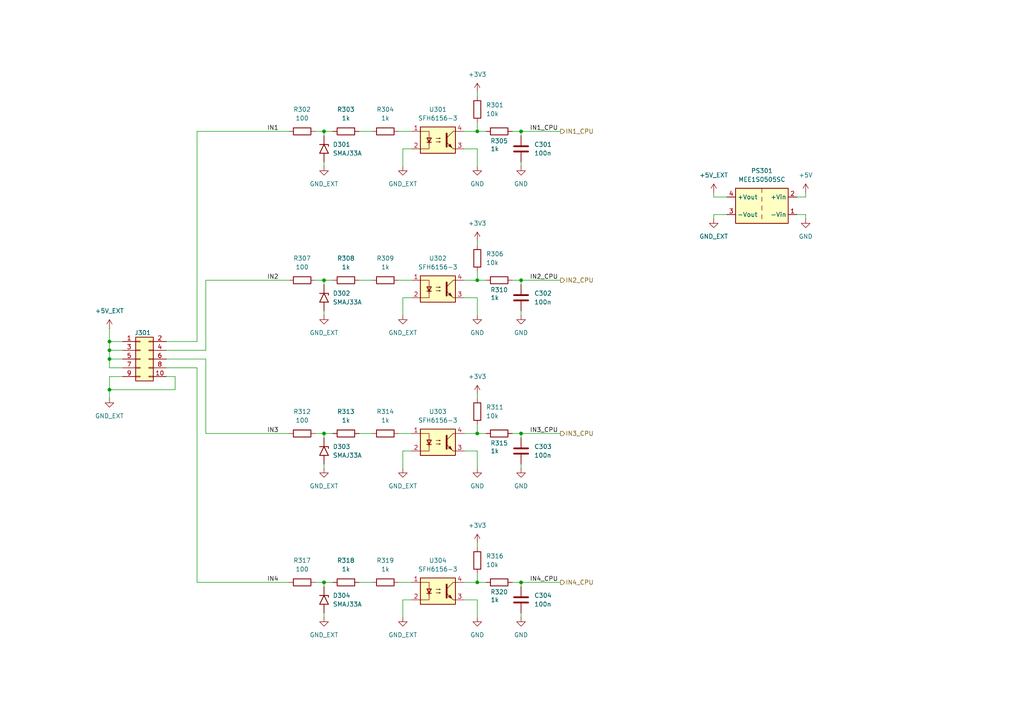
<source format=kicad_sch>
(kicad_sch (version 20250114) (generator "eeschema") (generator_version "9.0")
  (paper "A4")
  (lib_symbols
    (symbol "Connector_Generic:Conn_02x05_Odd_Even" (pin_names (offset 1.016) (hide yes))
      (property "Reference" "J" (at 1.27 7.62 0))
      (property "Value" "Conn_02x05_Odd_Even" (at 1.27 -7.62 0))
      (symbol "Conn_02x05_Odd_Even_1_1"
        (rectangle (start -1.27 6.35) (end 3.81 -6.35) (stroke (width 0.254)) (fill (type background)))
        (rectangle (start -1.27 5.207) (end 0 4.953) (stroke (width 0.1524)))
        (rectangle (start -1.27 2.667) (end 0 2.413) (stroke (width 0.1524)))
        (rectangle (start -1.27 0.127) (end 0 -0.127) (stroke (width 0.1524)))
        (rectangle (start -1.27 -2.413) (end 0 -2.667) (stroke (width 0.1524)))
        (rectangle (start -1.27 -4.953) (end 0 -5.207) (stroke (width 0.1524)))
        (rectangle (start 3.81 5.207) (end 2.54 4.953) (stroke (width 0.1524)))
        (rectangle (start 3.81 2.667) (end 2.54 2.413) (stroke (width 0.1524)))
        (rectangle (start 3.81 0.127) (end 2.54 -0.127) (stroke (width 0.1524)))
        (rectangle (start 3.81 -2.413) (end 2.54 -2.667) (stroke (width 0.1524)))
        (rectangle (start 3.81 -4.953) (end 2.54 -5.207) (stroke (width 0.1524)))
        (pin passive line (at -5.08 5.08 0) (length 3.81) (name "Pin_1") (number "1"))
        (pin passive line (at -5.08 2.54 0) (length 3.81) (name "Pin_3") (number "3"))
        (pin passive line (at -5.08 0 0) (length 3.81) (name "Pin_5") (number "5"))
        (pin passive line (at -5.08 -2.54 0) (length 3.81) (name "Pin_7") (number "7"))
        (pin passive line (at -5.08 -5.08 0) (length 3.81) (name "Pin_9") (number "9"))
        (pin passive line (at 7.62 5.08 180) (length 3.81) (name "Pin_2") (number "2"))
        (pin passive line (at 7.62 2.54 180) (length 3.81) (name "Pin_4") (number "4"))
        (pin passive line (at 7.62 0 180) (length 3.81) (name "Pin_6") (number "6"))
        (pin passive line (at 7.62 -2.54 180) (length 3.81) (name "Pin_8") (number "8"))
        (pin passive line (at 7.62 -5.08 180) (length 3.81) (name "Pin_10") (number "10"))
      )
    )
    (symbol "Converter_DCDC:MEE1S0505SC"
      (property "Reference" "PS" (at -7.62 6.35 0))
      (property "Value" "MEE1S0505SC" (at 1.27 6.35 0))
      (symbol "MEE1S0505SC_0_0"
        (pin power_in line (at -10.16 2.54 0) (length 2.54) (name "+Vin") (number "2"))
        (pin power_in line (at -10.16 -2.54 0) (length 2.54) (name "-Vin") (number "1"))
        (pin power_out line (at 10.16 2.54 180) (length 2.54) (name "+Vout") (number "4"))
        (pin power_out line (at 10.16 -2.54 180) (length 2.54) (name "-Vout") (number "3"))
      )
      (symbol "MEE1S0505SC_0_1"
        (rectangle (start -7.62 5.08) (end 7.62 -5.08) (stroke (width 0.254)) (fill (type background)))
        (polyline (pts (xy 0 5.08) (xy 0 3.81)))
        (polyline (pts (xy 0 2.54) (xy 0 1.27)))
        (polyline (pts (xy 0 0) (xy 0 -1.27)))
        (polyline (pts (xy 0 -2.54) (xy 0 -3.81)))
      )
    )
    (symbol "Device:C" (pin_numbers (hide yes)) (pin_names (offset 0.254))
      (property "Reference" "C" (at 0.635 2.54 0))
      (property "Value" "C" (at 0.635 -2.54 0))
      (symbol "C_0_1"
        (polyline (pts (xy -2.032 0.762) (xy 2.032 0.762)) (stroke (width 0.508)))
        (polyline (pts (xy -2.032 -0.762) (xy 2.032 -0.762)) (stroke (width 0.508)))
      )
      (symbol "C_1_1"
        (pin passive line (at 0 3.81 270) (length 2.794) (name "~") (number "1"))
        (pin passive line (at 0 -3.81 90) (length 2.794) (name "~") (number "2"))
      )
    )
    (symbol "Device:R" (pin_numbers (hide yes)) (pin_names (offset 0))
      (property "Reference" "R" (at 2.032 0 90))
      (property "Value" "R" (at 0 0 90))
      (symbol "R_0_1"
        (rectangle (start -1.016 -2.54) (end 1.016 2.54) (stroke (width 0.254)))
      )
      (symbol "R_1_1"
        (pin passive line (at 0 3.81 270) (length 1.27) (name "~") (number "1"))
        (pin passive line (at 0 -3.81 90) (length 1.27) (name "~") (number "2"))
      )
    )
    (symbol "Diode:SMAJ33A" (pin_numbers (hide yes)) (pin_names (offset 1.016) (hide yes))
      (property "Reference" "D" (at 0 2.54 0))
      (property "Value" "SMAJ33A" (at 0 -2.54 0))
      (symbol "SMAJ33A_0_1"
        (polyline (pts (xy -0.762 1.27) (xy -1.27 1.27) (xy -1.27 -1.27)) (stroke (width 0.254)))
        (polyline (pts (xy 1.27 1.27) (xy 1.27 -1.27) (xy -1.27 0) (xy 1.27 1.27)) (stroke (width 0.254)))
      )
      (symbol "SMAJ33A_1_1"
        (pin passive line (at -3.81 0 0) (length 2.54) (name "A1") (number "1"))
        (pin passive line (at 3.81 0 180) (length 2.54) (name "A2") (number "2"))
      )
    )
    (symbol "Isolator:SFH617A-3"
      (property "Reference" "U" (at -5.08 5.08 0))
      (property "Value" "SFH617A-3" (at 0 5.08 0))
      (symbol "SFH617A-3_0_1"
        (rectangle (start -5.08 3.81) (end 5.08 -3.81) (stroke (width 0.254)) (fill (type background)))
        (polyline (pts (xy -5.08 2.54) (xy -2.54 2.54) (xy -2.54 -1.27) (xy -2.54 0.635)))
        (polyline (pts (xy -3.175 -0.635) (xy -1.905 -0.635)) (stroke (width 0.254)))
        (polyline (pts (xy -2.54 -0.635) (xy -2.54 -2.54) (xy -5.08 -2.54)))
        (polyline (pts (xy -2.54 -0.635) (xy -3.175 0.635) (xy -1.905 0.635) (xy -2.54 -0.635)) (stroke (width 0.254)))
        (polyline (pts (xy -0.508 0.508) (xy 0.762 0.508) (xy 0.381 0.381) (xy 0.381 0.635) (xy 0.762 0.508)))
        (polyline (pts (xy -0.508 -0.508) (xy 0.762 -0.508) (xy 0.381 -0.635) (xy 0.381 -0.381) (xy 0.762 -0.508)))
        (polyline (pts (xy 2.54 1.905) (xy 2.54 -1.905)) (stroke (width 0.508)))
        (polyline (pts (xy 2.54 0.635) (xy 4.445 2.54)))
        (polyline (pts (xy 3.048 -1.651) (xy 3.556 -1.143) (xy 4.064 -2.159) (xy 3.048 -1.651)) (fill (type outline)))
        (polyline (pts (xy 4.445 2.54) (xy 5.08 2.54)))
        (polyline (pts (xy 4.445 -2.54) (xy 2.54 -0.635)) (fill (type outline)))
        (polyline (pts (xy 4.445 -2.54) (xy 5.08 -2.54)))
      )
      (symbol "SFH617A-3_1_1"
        (pin passive line (at -7.62 2.54 0) (length 2.54) (name "~") (number "1"))
        (pin passive line (at -7.62 -2.54 0) (length 2.54) (name "~") (number "2"))
        (pin passive line (at 7.62 2.54 180) (length 2.54) (name "~") (number "4"))
        (pin passive line (at 7.62 -2.54 180) (length 2.54) (name "~") (number "3"))
      )
    )
    (symbol "power:+3V3" (power) (pin_numbers (hide yes)) (pin_names (offset 0) (hide yes))
      (property "Value" "+3V3" (at 0 3.556 0))
      (symbol "+3V3_0_1"
        (polyline (pts (xy -0.762 1.27) (xy 0 2.54)))
        (polyline (pts (xy 0 2.54) (xy 0.762 1.27)))
        (polyline (pts (xy 0 0) (xy 0 2.54)))
      )
      (symbol "+3V3_1_1"
        (pin power_in line (at 0 0 90) (length 0) (name "~") (number "1"))
      )
    )
    (symbol "power:+5V" (power) (pin_numbers (hide yes)) (pin_names (offset 0) (hide yes))
      (property "Value" "+5V" (at 0 3.556 0))
      (symbol "+5V_0_1"
        (polyline (pts (xy -0.762 1.27) (xy 0 2.54)))
        (polyline (pts (xy 0 2.54) (xy 0.762 1.27)))
        (polyline (pts (xy 0 0) (xy 0 2.54)))
      )
      (symbol "+5V_1_1"
        (pin power_in line (at 0 0 90) (length 0) (name "~") (number "1"))
      )
    )
    (symbol "power:GND" (power) (pin_numbers (hide yes)) (pin_names (offset 0) (hide yes))
      (property "Value" "GND" (at 0 -3.81 0))
      (symbol "GND_0_1"
        (polyline (pts (xy 0 0) (xy 0 -1.27) (xy 1.27 -1.27) (xy 0 -2.54) (xy -1.27 -1.27) (xy 0 -1.27)))
      )
      (symbol "GND_1_1"
        (pin power_in line (at 0 0 270) (length 0) (name "~") (number "1"))
      )
    )
    (symbol "power:GND1" (power) (pin_numbers (hide yes)) (pin_names (offset 0) (hide yes))
      (property "Value" "GND1" (at 0 -3.81 0))
      (symbol "GND1_0_1"
        (polyline (pts (xy 0 0) (xy 0 -1.27) (xy 1.27 -1.27) (xy 0 -2.54) (xy -1.27 -1.27) (xy 0 -1.27)))
      )
      (symbol "GND1_1_1"
        (pin power_in line (at 0 0 270) (length 0) (name "~") (number "1"))
      )
    )
  )
  (junction (at 138.43 81.28))
  (junction (at 31.75 104.14))
  (junction (at 31.75 99.06))
  (junction (at 151.13 81.28))
  (junction (at 138.43 38.1))
  (junction (at 31.75 101.6))
  (junction (at 151.13 168.91))
  (junction (at 138.43 168.91))
  (junction (at 93.98 125.73))
  (junction (at 93.98 168.91))
  (junction (at 93.98 81.28))
  (junction (at 151.13 125.73))
  (junction (at 31.75 113.03))
  (junction (at 93.98 38.1))
  (junction (at 138.43 125.73))
  (junction (at 151.13 38.1))
  (wire (pts (xy 148.59 125.73) (xy 151.13 125.73)))
  (wire (pts (xy 31.75 109.22) (xy 35.56 109.22)))
  (wire (pts (xy 31.75 101.6) (xy 35.56 101.6)))
  (wire (pts (xy 35.56 106.68) (xy 31.75 106.68)))
  (wire (pts (xy 151.13 38.1) (xy 162.56 38.1)))
  (wire (pts (xy 93.98 46.99) (xy 93.98 48.26)))
  (wire (pts (xy 148.59 38.1) (xy 151.13 38.1)))
  (wire (pts (xy 50.8 113.03) (xy 31.75 113.03)))
  (wire (pts (xy 138.43 69.85) (xy 138.43 71.12)))
  (wire (pts (xy 231.14 62.23) (xy 233.68 62.23)))
  (wire (pts (xy 50.8 109.22) (xy 50.8 113.03)))
  (wire (pts (xy 57.15 38.1) (xy 83.82 38.1)))
  (wire (pts (xy 91.44 38.1) (xy 93.98 38.1)))
  (wire (pts (xy 104.14 38.1) (xy 107.95 38.1)))
  (wire (pts (xy 138.43 81.28) (xy 140.97 81.28)))
  (wire (pts (xy 48.26 99.06) (xy 57.15 99.06)))
  (wire (pts (xy 91.44 168.91) (xy 93.98 168.91)))
  (wire (pts (xy 31.75 95.25) (xy 31.75 99.06)))
  (wire (pts (xy 48.26 109.22) (xy 50.8 109.22)))
  (wire (pts (xy 93.98 90.17) (xy 93.98 91.44)))
  (wire (pts (xy 31.75 113.03) (xy 31.75 115.57)))
  (wire (pts (xy 151.13 81.28) (xy 151.13 82.55)))
  (wire (pts (xy 91.44 81.28) (xy 93.98 81.28)))
  (wire (pts (xy 138.43 86.36) (xy 134.62 86.36)))
  (wire (pts (xy 138.43 179.07) (xy 138.43 173.99)))
  (wire (pts (xy 48.26 104.14) (xy 59.69 104.14)))
  (wire (pts (xy 93.98 81.28) (xy 93.98 82.55)))
  (wire (pts (xy 210.82 57.15) (xy 207.01 57.15)))
  (wire (pts (xy 104.14 125.73) (xy 107.95 125.73)))
  (wire (pts (xy 138.43 130.81) (xy 134.62 130.81)))
  (wire (pts (xy 59.69 125.73) (xy 59.69 104.14)))
  (wire (pts (xy 207.01 62.23) (xy 207.01 63.5)))
  (wire (pts (xy 59.69 125.73) (xy 83.82 125.73)))
  (wire (pts (xy 116.84 86.36) (xy 116.84 91.44)))
  (wire (pts (xy 134.62 38.1) (xy 138.43 38.1)))
  (wire (pts (xy 138.43 168.91) (xy 138.43 166.37)))
  (wire (pts (xy 91.44 125.73) (xy 93.98 125.73)))
  (wire (pts (xy 148.59 81.28) (xy 151.13 81.28)))
  (wire (pts (xy 138.43 157.48) (xy 138.43 158.75)))
  (wire (pts (xy 148.59 168.91) (xy 151.13 168.91)))
  (wire (pts (xy 93.98 38.1) (xy 96.52 38.1)))
  (wire (pts (xy 138.43 125.73) (xy 140.97 125.73)))
  (wire (pts (xy 48.26 106.68) (xy 57.15 106.68)))
  (wire (pts (xy 138.43 135.89) (xy 138.43 130.81)))
  (wire (pts (xy 48.26 101.6) (xy 59.69 101.6)))
  (wire (pts (xy 151.13 125.73) (xy 151.13 127)))
  (wire (pts (xy 151.13 168.91) (xy 151.13 170.18)))
  (wire (pts (xy 138.43 91.44) (xy 138.43 86.36)))
  (wire (pts (xy 115.57 38.1) (xy 119.38 38.1)))
  (wire (pts (xy 31.75 109.22) (xy 31.75 113.03)))
  (wire (pts (xy 138.43 26.67) (xy 138.43 27.94)))
  (wire (pts (xy 138.43 125.73) (xy 138.43 123.19)))
  (wire (pts (xy 151.13 81.28) (xy 162.56 81.28)))
  (wire (pts (xy 93.98 38.1) (xy 93.98 39.37)))
  (wire (pts (xy 151.13 125.73) (xy 162.56 125.73)))
  (wire (pts (xy 151.13 177.8) (xy 151.13 179.07)))
  (wire (pts (xy 35.56 99.06) (xy 31.75 99.06)))
  (wire (pts (xy 93.98 168.91) (xy 93.98 170.18)))
  (wire (pts (xy 104.14 168.91) (xy 107.95 168.91)))
  (wire (pts (xy 57.15 168.91) (xy 83.82 168.91)))
  (wire (pts (xy 119.38 86.36) (xy 116.84 86.36)))
  (wire (pts (xy 138.43 48.26) (xy 138.43 43.18)))
  (wire (pts (xy 115.57 81.28) (xy 119.38 81.28)))
  (wire (pts (xy 207.01 57.15) (xy 207.01 55.88)))
  (wire (pts (xy 119.38 173.99) (xy 116.84 173.99)))
  (wire (pts (xy 138.43 81.28) (xy 138.43 78.74)))
  (wire (pts (xy 119.38 130.81) (xy 116.84 130.81)))
  (wire (pts (xy 138.43 38.1) (xy 140.97 38.1)))
  (wire (pts (xy 134.62 168.91) (xy 138.43 168.91)))
  (wire (pts (xy 116.84 173.99) (xy 116.84 179.07)))
  (wire (pts (xy 31.75 104.14) (xy 31.75 101.6)))
  (wire (pts (xy 93.98 81.28) (xy 96.52 81.28)))
  (wire (pts (xy 138.43 114.3) (xy 138.43 115.57)))
  (wire (pts (xy 93.98 177.8) (xy 93.98 179.07)))
  (wire (pts (xy 138.43 38.1) (xy 138.43 35.56)))
  (wire (pts (xy 116.84 130.81) (xy 116.84 135.89)))
  (wire (pts (xy 151.13 134.62) (xy 151.13 135.89)))
  (wire (pts (xy 31.75 106.68) (xy 31.75 104.14)))
  (wire (pts (xy 93.98 125.73) (xy 96.52 125.73)))
  (wire (pts (xy 138.43 43.18) (xy 134.62 43.18)))
  (wire (pts (xy 57.15 38.1) (xy 57.15 99.06)))
  (wire (pts (xy 233.68 62.23) (xy 233.68 63.5)))
  (wire (pts (xy 119.38 43.18) (xy 116.84 43.18)))
  (wire (pts (xy 134.62 81.28) (xy 138.43 81.28)))
  (wire (pts (xy 57.15 168.91) (xy 57.15 106.68)))
  (wire (pts (xy 134.62 125.73) (xy 138.43 125.73)))
  (wire (pts (xy 115.57 125.73) (xy 119.38 125.73)))
  (wire (pts (xy 115.57 168.91) (xy 119.38 168.91)))
  (wire (pts (xy 93.98 125.73) (xy 93.98 127)))
  (wire (pts (xy 151.13 168.91) (xy 162.56 168.91)))
  (wire (pts (xy 59.69 81.28) (xy 59.69 101.6)))
  (wire (pts (xy 151.13 90.17) (xy 151.13 91.44)))
  (wire (pts (xy 210.82 62.23) (xy 207.01 62.23)))
  (wire (pts (xy 93.98 134.62) (xy 93.98 135.89)))
  (wire (pts (xy 151.13 38.1) (xy 151.13 39.37)))
  (wire (pts (xy 59.69 81.28) (xy 83.82 81.28)))
  (wire (pts (xy 104.14 81.28) (xy 107.95 81.28)))
  (wire (pts (xy 138.43 173.99) (xy 134.62 173.99)))
  (wire (pts (xy 31.75 104.14) (xy 35.56 104.14)))
  (wire (pts (xy 231.14 57.15) (xy 233.68 57.15)))
  (wire (pts (xy 151.13 46.99) (xy 151.13 48.26)))
  (wire (pts (xy 93.98 168.91) (xy 96.52 168.91)))
  (wire (pts (xy 138.43 168.91) (xy 140.97 168.91)))
  (wire (pts (xy 31.75 99.06) (xy 31.75 101.6)))
  (wire (pts (xy 233.68 57.15) (xy 233.68 55.88)))
  (wire (pts (xy 116.84 43.18) (xy 116.84 48.26)))
  (label "IN3" (at 77.47 125.73 0))
  (label "IN1" (at 77.47 38.1 0))
  (label "IN2" (at 77.47 81.28 0))
  (label "IN3_CPU" (at 153.67 125.73 0))
  (label "IN4" (at 77.47 168.91 0))
  (label "IN1_CPU" (at 153.67 38.1 0))
  (label "IN2_CPU" (at 153.67 81.28 0))
  (label "IN4_CPU" (at 153.67 168.91 0))
  (hierarchical_label "IN2_CPU" (shape output) (at 162.56 81.28 0))
  (hierarchical_label "IN1_CPU" (shape output) (at 162.56 38.1 0))
  (hierarchical_label "IN3_CPU" (shape output) (at 162.56 125.73 0))
  (hierarchical_label "IN4_CPU" (shape output) (at 162.56 168.91 0))
  (symbol (lib_id "Device:R") (at 138.43 31.75 180) (unit 1)
    (property "Reference" "R301" (at 140.97 30.4799 0) (effects (justify right)))
    (property "Value" "10k" (at 140.97 33.0199 0) (effects (justify right)))
    (property "Footprint" "Resistor_SMD:R_0603_1608Metric_Pad0.98x0.95mm_HandSolder" (effects (hide yes)))
    (property "Description" "Resistor" (effects (hide yes)))
  )
  (symbol (lib_id "Isolator:SFH617A-3") (at 127 83.82 0) (unit 1)
    (property "Reference" "U302" (at 127 74.93 0))
    (property "Value" "SFH6156-3" (at 127 77.47 0))
    (property "Footprint" "Package_DIP:DIP-4_W7.62mm_SMDSocket_SmallPads" (effects (hide yes)))
    (property "Datasheet" "http://www.vishay.com/docs/83740/sfh617a.pdf" (effects (hide yes)))
    (property "Description" "Optocoupler, Phototransistor Output, 5300 VRMS, VCEO 70V, CTR% 100-200, -55 to +110 degree Celsius, UL, BSI, FIMKO, THT PDIP-4" (effects (hide yes)))
  )
  (symbol (lib_id "Device:C") (at 151.13 86.36 0) (unit 1)
    (property "Reference" "C302" (at 154.94 85.0899 0) (effects (justify left)))
    (property "Value" "100n" (at 154.94 87.6299 0) (effects (justify left)))
    (property "Footprint" "Capacitor_SMD:C_0603_1608Metric_Pad1.08x0.95mm_HandSolder" (effects (hide yes)))
    (property "Description" "Unpolarized capacitor" (effects (hide yes)))
  )
  (symbol (lib_id "power:+3V3") (at 138.43 157.48 0) (unit 1)
    (property "Reference" "#PWR0318" (effects (hide yes)))
    (property "Value" "+3V3" (at 138.43 152.4 0))
    (property "Description" "Power symbol creates a global label with name \"+3V3\"" (effects (hide yes)))
  )
  (symbol (lib_id "power:+3V3") (at 138.43 69.85 0) (unit 1)
    (property "Reference" "#PWR0306" (effects (hide yes)))
    (property "Value" "+3V3" (at 138.43 64.77 0))
    (property "Description" "Power symbol creates a global label with name \"+3V3\"" (effects (hide yes)))
  )
  (symbol (lib_id "power:GND1") (at 116.84 48.26 0) (unit 1)
    (property "Reference" "#PWR0303" (effects (hide yes)))
    (property "Value" "GND_EXT" (at 116.84 53.34 0))
    (property "Description" "Power symbol creates a global label with name \"GND1\" , ground" (effects (hide yes)))
  )
  (symbol (lib_id "Converter_DCDC:MEE1S0505SC") (at 220.98 59.69 0) (mirror y) (unit 1)
    (property "Reference" "PS301" (at 220.98 49.53 0))
    (property "Value" "MEE1S0505SC" (at 220.98 52.07 0))
    (property "Footprint" "Converter_DCDC:Converter_DCDC_Murata_MEE1SxxxxSC_THT" (effects (hide yes)))
    (property "Datasheet" "https://power.murata.com/pub/data/power/ncl/kdc_mee1.pdf" (effects (hide yes)))
    (property "Description" "1W, 1000 VDC isolated DC/DC converter, 5V input, 5V output, SIP" (effects (hide yes)))
  )
  (symbol (lib_id "Device:R") (at 111.76 38.1 90) (unit 1)
    (property "Reference" "R304" (at 111.76 31.75 90))
    (property "Value" "1k" (at 111.76 34.29 90))
    (property "Footprint" "Resistor_SMD:R_1206_3216Metric_Pad1.30x1.75mm_HandSolder" (effects (hide yes)))
    (property "Description" "Resistor" (effects (hide yes)))
  )
  (symbol (lib_id "power:GND") (at 151.13 135.89 0) (unit 1)
    (property "Reference" "#PWR0317" (effects (hide yes)))
    (property "Value" "GND" (at 151.13 140.97 0))
    (property "Description" "Power symbol creates a global label with name \"GND\" , ground" (effects (hide yes)))
  )
  (symbol (lib_id "power:GND1") (at 93.98 91.44 0) (unit 1)
    (property "Reference" "#PWR0307" (effects (hide yes)))
    (property "Value" "GND_EXT" (at 93.98 96.52 0))
    (property "Description" "Power symbol creates a global label with name \"GND1\" , ground" (effects (hide yes)))
  )
  (symbol (lib_id "power:+5V") (at 31.75 95.25 0) (unit 1)
    (property "Reference" "#PWR0311" (effects (hide yes)))
    (property "Value" "+5V_EXT" (at 31.75 90.17 0))
    (property "Description" "Power symbol creates a global label with name \"+5V\"" (effects (hide yes)))
  )
  (symbol (lib_id "power:GND") (at 151.13 48.26 0) (unit 1)
    (property "Reference" "#PWR0305" (effects (hide yes)))
    (property "Value" "GND" (at 151.13 53.34 0))
    (property "Description" "Power symbol creates a global label with name \"GND\" , ground" (effects (hide yes)))
  )
  (symbol (lib_id "Device:R") (at 144.78 38.1 90) (unit 1)
    (property "Reference" "R305" (at 144.78 40.894 90))
    (property "Value" "1k" (at 143.51 43.18 90))
    (property "Footprint" "Resistor_SMD:R_0603_1608Metric_Pad0.98x0.95mm_HandSolder" (effects (hide yes)))
    (property "Description" "Resistor" (effects (hide yes)))
  )
  (symbol (lib_id "power:GND1") (at 116.84 135.89 0) (unit 1)
    (property "Reference" "#PWR0315" (effects (hide yes)))
    (property "Value" "GND_EXT" (at 116.84 140.97 0))
    (property "Description" "Power symbol creates a global label with name \"GND1\" , ground" (effects (hide yes)))
  )
  (symbol (lib_id "Device:R") (at 111.76 125.73 90) (unit 1)
    (property "Reference" "R314" (at 111.76 119.38 90))
    (property "Value" "1k" (at 111.76 121.92 90))
    (property "Footprint" "Resistor_SMD:R_1206_3216Metric_Pad1.30x1.75mm_HandSolder" (effects (hide yes)))
    (property "Description" "Resistor" (effects (hide yes)))
  )
  (symbol (lib_id "power:GND1") (at 93.98 179.07 0) (unit 1)
    (property "Reference" "#PWR0319" (effects (hide yes)))
    (property "Value" "GND_EXT" (at 93.98 184.15 0))
    (property "Description" "Power symbol creates a global label with name \"GND1\" , ground" (effects (hide yes)))
  )
  (symbol (lib_id "Isolator:SFH617A-3") (at 127 128.27 0) (unit 1)
    (property "Reference" "U303" (at 127 119.38 0))
    (property "Value" "SFH6156-3" (at 127 121.92 0))
    (property "Footprint" "Package_DIP:DIP-4_W7.62mm_SMDSocket_SmallPads" (effects (hide yes)))
    (property "Datasheet" "http://www.vishay.com/docs/83740/sfh617a.pdf" (effects (hide yes)))
    (property "Description" "Optocoupler, Phototransistor Output, 5300 VRMS, VCEO 70V, CTR% 100-200, -55 to +110 degree Celsius, UL, BSI, FIMKO, THT PDIP-4" (effects (hide yes)))
  )
  (symbol (lib_id "power:GND1") (at 93.98 135.89 0) (unit 1)
    (property "Reference" "#PWR0314" (effects (hide yes)))
    (property "Value" "GND_EXT" (at 93.98 140.97 0))
    (property "Description" "Power symbol creates a global label with name \"GND1\" , ground" (effects (hide yes)))
  )
  (symbol (lib_id "Isolator:SFH617A-3") (at 127 40.64 0) (unit 1)
    (property "Reference" "U301" (at 127 31.75 0))
    (property "Value" "SFH6156-3" (at 127 34.29 0))
    (property "Footprint" "Package_DIP:DIP-4_W7.62mm_SMDSocket_SmallPads" (effects (hide yes)))
    (property "Datasheet" "http://www.vishay.com/docs/83740/sfh617a.pdf" (effects (hide yes)))
    (property "Description" "Optocoupler, Phototransistor Output, 5300 VRMS, VCEO 70V, CTR% 100-200, -55 to +110 degree Celsius, UL, BSI, FIMKO, THT PDIP-4" (effects (hide yes)))
  )
  (symbol (lib_id "Device:R") (at 100.33 81.28 90) (unit 1)
    (property "Reference" "R308" (at 100.33 74.93 90))
    (property "Value" "1k" (at 100.33 77.47 90))
    (property "Footprint" "Resistor_SMD:R_1206_3216Metric_Pad1.30x1.75mm_HandSolder" (effects (hide yes)))
    (property "Description" "Resistor" (effects (hide yes)))
  )
  (symbol (lib_id "power:GND") (at 151.13 91.44 0) (unit 1)
    (property "Reference" "#PWR0310" (effects (hide yes)))
    (property "Value" "GND" (at 151.13 96.52 0))
    (property "Description" "Power symbol creates a global label with name \"GND\" , ground" (effects (hide yes)))
  )
  (symbol (lib_id "power:GND") (at 138.43 91.44 0) (unit 1)
    (property "Reference" "#PWR0309" (effects (hide yes)))
    (property "Value" "GND" (at 138.43 96.52 0))
    (property "Description" "Power symbol creates a global label with name \"GND\" , ground" (effects (hide yes)))
  )
  (symbol (lib_id "power:GND") (at 138.43 179.07 0) (unit 1)
    (property "Reference" "#PWR0321" (effects (hide yes)))
    (property "Value" "GND" (at 138.43 184.15 0))
    (property "Description" "Power symbol creates a global label with name \"GND\" , ground" (effects (hide yes)))
  )
  (symbol (lib_id "Device:R") (at 138.43 119.38 180) (unit 1)
    (property "Reference" "R311" (at 140.97 118.1099 0) (effects (justify right)))
    (property "Value" "10k" (at 140.97 120.6499 0) (effects (justify right)))
    (property "Footprint" "Resistor_SMD:R_0603_1608Metric_Pad0.98x0.95mm_HandSolder" (effects (hide yes)))
    (property "Description" "Resistor" (effects (hide yes)))
  )
  (symbol (lib_id "Device:R") (at 144.78 81.28 90) (unit 1)
    (property "Reference" "R310" (at 144.78 84.074 90))
    (property "Value" "1k" (at 143.51 86.36 90))
    (property "Footprint" "Resistor_SMD:R_0603_1608Metric_Pad0.98x0.95mm_HandSolder" (effects (hide yes)))
    (property "Description" "Resistor" (effects (hide yes)))
  )
  (symbol (lib_id "power:GND1") (at 93.98 48.26 0) (unit 1)
    (property "Reference" "#PWR0302" (effects (hide yes)))
    (property "Value" "GND_EXT" (at 93.98 53.34 0))
    (property "Description" "Power symbol creates a global label with name \"GND1\" , ground" (effects (hide yes)))
  )
  (symbol (lib_id "power:GND1") (at 31.75 115.57 0) (unit 1)
    (property "Reference" "#PWR0313" (effects (hide yes)))
    (property "Value" "GND_EXT" (at 31.75 120.65 0))
    (property "Description" "Power symbol creates a global label with name \"GND1\" , ground" (effects (hide yes)))
  )
  (symbol (lib_id "Diode:SMAJ33A") (at 93.98 130.81 270) (unit 1)
    (property "Reference" "D303" (at 96.52 129.5399 90) (effects (justify left)))
    (property "Value" "SMAJ33A" (at 96.52 132.0799 90) (effects (justify left)))
    (property "Footprint" "Diode_SMD:D_SMA" (effects (hide yes)))
    (property "Datasheet" "https://www.littelfuse.com/media?resourcetype=datasheets&itemid=75e32973-b177-4ee3-a0ff-cedaf1abdb93&filename=smaj-datasheet" (effects (hide yes)))
    (property "Description" "400W unidirectional Transient Voltage Suppressor, 33.0Vr, SMA(DO-214AC)" (effects (hide yes)))
  )
  (symbol (lib_id "Diode:SMAJ33A") (at 93.98 173.99 270) (unit 1)
    (property "Reference" "D304" (at 96.52 172.7199 90) (effects (justify left)))
    (property "Value" "SMAJ33A" (at 96.52 175.2599 90) (effects (justify left)))
    (property "Footprint" "Diode_SMD:D_SMA" (effects (hide yes)))
    (property "Datasheet" "https://www.littelfuse.com/media?resourcetype=datasheets&itemid=75e32973-b177-4ee3-a0ff-cedaf1abdb93&filename=smaj-datasheet" (effects (hide yes)))
    (property "Description" "400W unidirectional Transient Voltage Suppressor, 33.0Vr, SMA(DO-214AC)" (effects (hide yes)))
  )
  (symbol (lib_id "Device:C") (at 151.13 173.99 0) (unit 1)
    (property "Reference" "C304" (at 154.94 172.7199 0) (effects (justify left)))
    (property "Value" "100n" (at 154.94 175.2599 0) (effects (justify left)))
    (property "Footprint" "Capacitor_SMD:C_0603_1608Metric_Pad1.08x0.95mm_HandSolder" (effects (hide yes)))
    (property "Description" "Unpolarized capacitor" (effects (hide yes)))
  )
  (symbol (lib_id "power:+3V3") (at 138.43 114.3 0) (unit 1)
    (property "Reference" "#PWR0312" (effects (hide yes)))
    (property "Value" "+3V3" (at 138.43 109.22 0))
    (property "Description" "Power symbol creates a global label with name \"+3V3\"" (effects (hide yes)))
  )
  (symbol (lib_id "Device:R") (at 87.63 38.1 90) (unit 1)
    (property "Reference" "R302" (at 87.63 31.75 90))
    (property "Value" "100" (at 87.63 34.29 90))
    (property "Footprint" "Resistor_SMD:R_MiniMELF_MMA-0204" (effects (hide yes)))
    (property "Description" "Resistor" (effects (hide yes)))
  )
  (symbol (lib_id "power:+5V") (at 233.68 55.88 0) (unit 1)
    (property "Reference" "#PWR0326" (effects (hide yes)))
    (property "Value" "+5V" (at 233.68 50.8 0))
    (property "Description" "Power symbol creates a global label with name \"+5V\"" (effects (hide yes)))
  )
  (symbol (lib_id "power:+5V") (at 207.01 55.88 0) (unit 1)
    (property "Reference" "#PWR0323" (effects (hide yes)))
    (property "Value" "+5V_EXT" (at 207.01 50.8 0))
    (property "Description" "Power symbol creates a global label with name \"+5V\"" (effects (hide yes)))
  )
  (symbol (lib_id "Connector_Generic:Conn_02x05_Odd_Even") (at 40.64 104.14 0) (unit 1)
    (property "Reference" "J301" (at 41.402 96.52 0))
    (property "Value" "S2L 3.50/10/180G 3.5SN OR BX" (effects (hide yes)))
    (property "Footprint" "Library:Weidmüller_S2L_2x05_3.50mm" (effects (hide yes)))
  )
  (symbol (lib_id "power:GND1") (at 116.84 91.44 0) (unit 1)
    (property "Reference" "#PWR0308" (effects (hide yes)))
    (property "Value" "GND_EXT" (at 116.84 96.52 0))
    (property "Description" "Power symbol creates a global label with name \"GND1\" , ground" (effects (hide yes)))
  )
  (symbol (lib_id "Device:R") (at 138.43 162.56 180) (unit 1)
    (property "Reference" "R316" (at 140.97 161.2899 0) (effects (justify right)))
    (property "Value" "10k" (at 140.97 163.8299 0) (effects (justify right)))
    (property "Footprint" "Resistor_SMD:R_0603_1608Metric_Pad0.98x0.95mm_HandSolder" (effects (hide yes)))
    (property "Description" "Resistor" (effects (hide yes)))
  )
  (symbol (lib_id "power:GND") (at 151.13 179.07 0) (unit 1)
    (property "Reference" "#PWR0322" (effects (hide yes)))
    (property "Value" "GND" (at 151.13 184.15 0))
    (property "Description" "Power symbol creates a global label with name \"GND\" , ground" (effects (hide yes)))
  )
  (symbol (lib_id "Device:R") (at 100.33 38.1 90) (unit 1)
    (property "Reference" "R303" (at 100.33 31.75 90))
    (property "Value" "1k" (at 100.33 34.29 90))
    (property "Footprint" "Resistor_SMD:R_1206_3216Metric_Pad1.30x1.75mm_HandSolder" (effects (hide yes)))
    (property "Description" "Resistor" (effects (hide yes)))
  )
  (symbol (lib_id "Device:R") (at 100.33 125.73 90) (unit 1)
    (property "Reference" "R313" (at 100.33 119.38 90))
    (property "Value" "1k" (at 100.33 121.92 90))
    (property "Footprint" "Resistor_SMD:R_1206_3216Metric_Pad1.30x1.75mm_HandSolder" (effects (hide yes)))
    (property "Description" "Resistor" (effects (hide yes)))
  )
  (symbol (lib_id "power:+3V3") (at 138.43 26.67 0) (unit 1)
    (property "Reference" "#PWR0301" (effects (hide yes)))
    (property "Value" "+3V3" (at 138.43 21.59 0))
    (property "Description" "Power symbol creates a global label with name \"+3V3\"" (effects (hide yes)))
  )
  (symbol (lib_id "Device:R") (at 87.63 168.91 90) (unit 1)
    (property "Reference" "R317" (at 87.63 162.56 90))
    (property "Value" "100" (at 87.63 165.1 90))
    (property "Footprint" "Resistor_SMD:R_MiniMELF_MMA-0204" (effects (hide yes)))
    (property "Description" "Resistor" (effects (hide yes)))
  )
  (symbol (lib_id "Diode:SMAJ33A") (at 93.98 86.36 270) (unit 1)
    (property "Reference" "D302" (at 96.52 85.0899 90) (effects (justify left)))
    (property "Value" "SMAJ33A" (at 96.52 87.6299 90) (effects (justify left)))
    (property "Footprint" "Diode_SMD:D_SMA" (effects (hide yes)))
    (property "Datasheet" "https://www.littelfuse.com/media?resourcetype=datasheets&itemid=75e32973-b177-4ee3-a0ff-cedaf1abdb93&filename=smaj-datasheet" (effects (hide yes)))
    (property "Description" "400W unidirectional Transient Voltage Suppressor, 33.0Vr, SMA(DO-214AC)" (effects (hide yes)))
  )
  (symbol (lib_id "Device:R") (at 111.76 81.28 90) (unit 1)
    (property "Reference" "R309" (at 111.76 74.93 90))
    (property "Value" "1k" (at 111.76 77.47 90))
    (property "Footprint" "Resistor_SMD:R_1206_3216Metric_Pad1.30x1.75mm_HandSolder" (effects (hide yes)))
    (property "Description" "Resistor" (effects (hide yes)))
  )
  (symbol (lib_id "Device:R") (at 87.63 81.28 90) (unit 1)
    (property "Reference" "R307" (at 87.63 74.93 90))
    (property "Value" "100" (at 87.63 77.47 90))
    (property "Footprint" "Resistor_SMD:R_MiniMELF_MMA-0204" (effects (hide yes)))
    (property "Description" "Resistor" (effects (hide yes)))
  )
  (symbol (lib_id "Device:R") (at 144.78 125.73 90) (unit 1)
    (property "Reference" "R315" (at 144.78 128.524 90))
    (property "Value" "1k" (at 143.51 130.81 90))
    (property "Footprint" "Resistor_SMD:R_0603_1608Metric_Pad0.98x0.95mm_HandSolder" (effects (hide yes)))
    (property "Description" "Resistor" (effects (hide yes)))
  )
  (symbol (lib_id "Isolator:SFH617A-3") (at 127 171.45 0) (unit 1)
    (property "Reference" "U304" (at 127 162.56 0))
    (property "Value" "SFH6156-3" (at 127 165.1 0))
    (property "Footprint" "Package_DIP:DIP-4_W7.62mm_SMDSocket_SmallPads" (effects (hide yes)))
    (property "Datasheet" "http://www.vishay.com/docs/83740/sfh617a.pdf" (effects (hide yes)))
    (property "Description" "Optocoupler, Phototransistor Output, 5300 VRMS, VCEO 70V, CTR% 100-200, -55 to +110 degree Celsius, UL, BSI, FIMKO, THT PDIP-4" (effects (hide yes)))
  )
  (symbol (lib_id "Device:C") (at 151.13 43.18 0) (unit 1)
    (property "Reference" "C301" (at 154.94 41.9099 0) (effects (justify left)))
    (property "Value" "100n" (at 154.94 44.4499 0) (effects (justify left)))
    (property "Footprint" "Capacitor_SMD:C_0603_1608Metric_Pad1.08x0.95mm_HandSolder" (effects (hide yes)))
    (property "Description" "Unpolarized capacitor" (effects (hide yes)))
  )
  (symbol (lib_id "Device:R") (at 87.63 125.73 90) (unit 1)
    (property "Reference" "R312" (at 87.63 119.38 90))
    (property "Value" "100" (at 87.63 121.92 90))
    (property "Footprint" "Resistor_SMD:R_MiniMELF_MMA-0204" (effects (hide yes)))
    (property "Description" "Resistor" (effects (hide yes)))
  )
  (symbol (lib_id "power:GND") (at 138.43 135.89 0) (unit 1)
    (property "Reference" "#PWR0316" (effects (hide yes)))
    (property "Value" "GND" (at 138.43 140.97 0))
    (property "Description" "Power symbol creates a global label with name \"GND\" , ground" (effects (hide yes)))
  )
  (symbol (lib_id "power:GND1") (at 207.01 63.5 0) (unit 1)
    (property "Reference" "#PWR0324" (effects (hide yes)))
    (property "Value" "GND_EXT" (at 207.01 68.58 0))
    (property "Description" "Power symbol creates a global label with name \"GND1\" , ground" (effects (hide yes)))
  )
  (symbol (lib_id "Diode:SMAJ33A") (at 93.98 43.18 270) (unit 1)
    (property "Reference" "D301" (at 96.52 41.9099 90) (effects (justify left)))
    (property "Value" "SMAJ33A" (at 96.52 44.4499 90) (effects (justify left)))
    (property "Footprint" "Diode_SMD:D_SMA" (effects (hide yes)))
    (property "Datasheet" "https://www.littelfuse.com/media?resourcetype=datasheets&itemid=75e32973-b177-4ee3-a0ff-cedaf1abdb93&filename=smaj-datasheet" (effects (hide yes)))
    (property "Description" "400W unidirectional Transient Voltage Suppressor, 33.0Vr, SMA(DO-214AC)" (effects (hide yes)))
  )
  (symbol (lib_id "power:GND1") (at 116.84 179.07 0) (unit 1)
    (property "Reference" "#PWR0320" (effects (hide yes)))
    (property "Value" "GND_EXT" (at 116.84 184.15 0))
    (property "Description" "Power symbol creates a global label with name \"GND1\" , ground" (effects (hide yes)))
  )
  (symbol (lib_id "Device:R") (at 100.33 168.91 90) (unit 1)
    (property "Reference" "R318" (at 100.33 162.56 90))
    (property "Value" "1k" (at 100.33 165.1 90))
    (property "Footprint" "Resistor_SMD:R_1206_3216Metric_Pad1.30x1.75mm_HandSolder" (effects (hide yes)))
    (property "Description" "Resistor" (effects (hide yes)))
  )
  (symbol (lib_id "Device:C") (at 151.13 130.81 0) (unit 1)
    (property "Reference" "C303" (at 154.94 129.5399 0) (effects (justify left)))
    (property "Value" "100n" (at 154.94 132.0799 0) (effects (justify left)))
    (property "Footprint" "Capacitor_SMD:C_0603_1608Metric_Pad1.08x0.95mm_HandSolder" (effects (hide yes)))
    (property "Description" "Unpolarized capacitor" (effects (hide yes)))
  )
  (symbol (lib_id "power:GND") (at 233.68 63.5 0) (unit 1)
    (property "Reference" "#PWR0325" (effects (hide yes)))
    (property "Value" "GND" (at 233.68 68.58 0))
    (property "Description" "Power symbol creates a global label with name \"GND\" , ground" (effects (hide yes)))
  )
  (symbol (lib_id "power:GND") (at 138.43 48.26 0) (unit 1)
    (property "Reference" "#PWR0304" (effects (hide yes)))
    (property "Value" "GND" (at 138.43 53.34 0))
    (property "Description" "Power symbol creates a global label with name \"GND\" , ground" (effects (hide yes)))
  )
  (symbol (lib_id "Device:R") (at 138.43 74.93 180) (unit 1)
    (property "Reference" "R306" (at 140.97 73.6599 0) (effects (justify right)))
    (property "Value" "10k" (at 140.97 76.1999 0) (effects (justify right)))
    (property "Footprint" "Resistor_SMD:R_0603_1608Metric_Pad0.98x0.95mm_HandSolder" (effects (hide yes)))
    (property "Description" "Resistor" (effects (hide yes)))
  )
  (symbol (lib_id "Device:R") (at 144.78 168.91 90) (unit 1)
    (property "Reference" "R320" (at 144.78 171.704 90))
    (property "Value" "1k" (at 143.51 173.99 90))
    (property "Footprint" "Resistor_SMD:R_0603_1608Metric_Pad0.98x0.95mm_HandSolder" (effects (hide yes)))
    (property "Description" "Resistor" (effects (hide yes)))
  )
  (symbol (lib_id "Device:R") (at 111.76 168.91 90) (unit 1)
    (property "Reference" "R319" (at 111.76 162.56 90))
    (property "Value" "1k" (at 111.76 165.1 90))
    (property "Footprint" "Resistor_SMD:R_1206_3216Metric_Pad1.30x1.75mm_HandSolder" (effects (hide yes)))
    (property "Description" "Resistor" (effects (hide yes)))
  )
)
</source>
